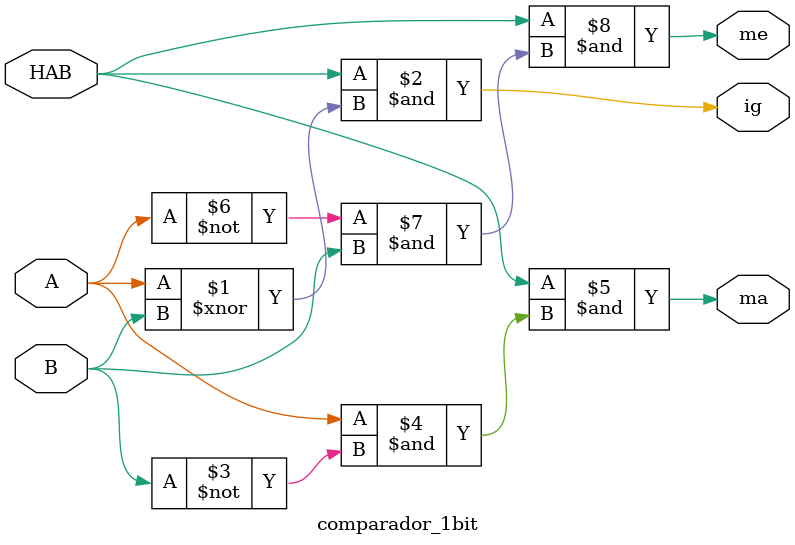
<source format=v>
module comparador_1bit (ig, ma, me, A, B, HAB);

input A, B, HAB;
output ig, ma, me;


assign ig = HAB & (A~^B); // A xnor B 
assign ma = HAB & (A&(~B));
assign me = HAB & (~(A)&B);


endmodule
</source>
